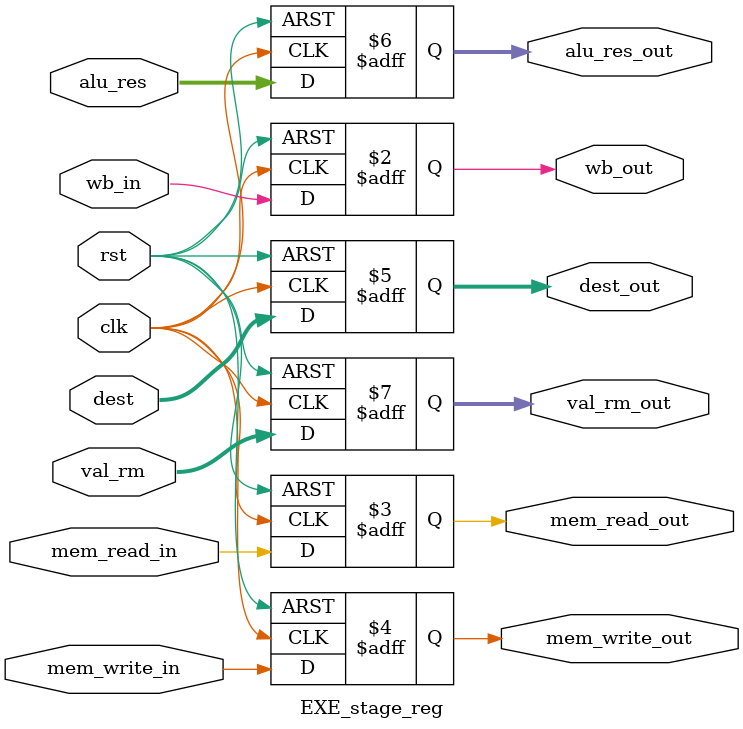
<source format=v>
module EXE_stage_reg (
    input clk, rst, wb_in, mem_read_in, mem_write_in, 
    input [3:0] dest,
    input [31:0] alu_res, val_rm, 
    output reg wb_out, mem_read_out, mem_write_out, 
    output reg [3:0] dest_out,
    output reg [31:0] alu_res_out, val_rm_out,
);

always @(posedge clk, posedge rst) begin
    if (rst) begin
        wb_out = 1'b0;
        mem_read_out = 1'b0;
        mem_write_out = 1'b0;
        dest_out = 4'bx;
        alu_res_out = 32'bx; 
        val_rm_out = 32'bx; 
    end else begin
        wb_out = wb_in;
        mem_read_out = mem_read_in;
        mem_write_out = mem_write_in;
        dest_out = dest;
        alu_res_out = alu_res; 
        val_rm_out = val_rm;
    end
end

endmodule
</source>
